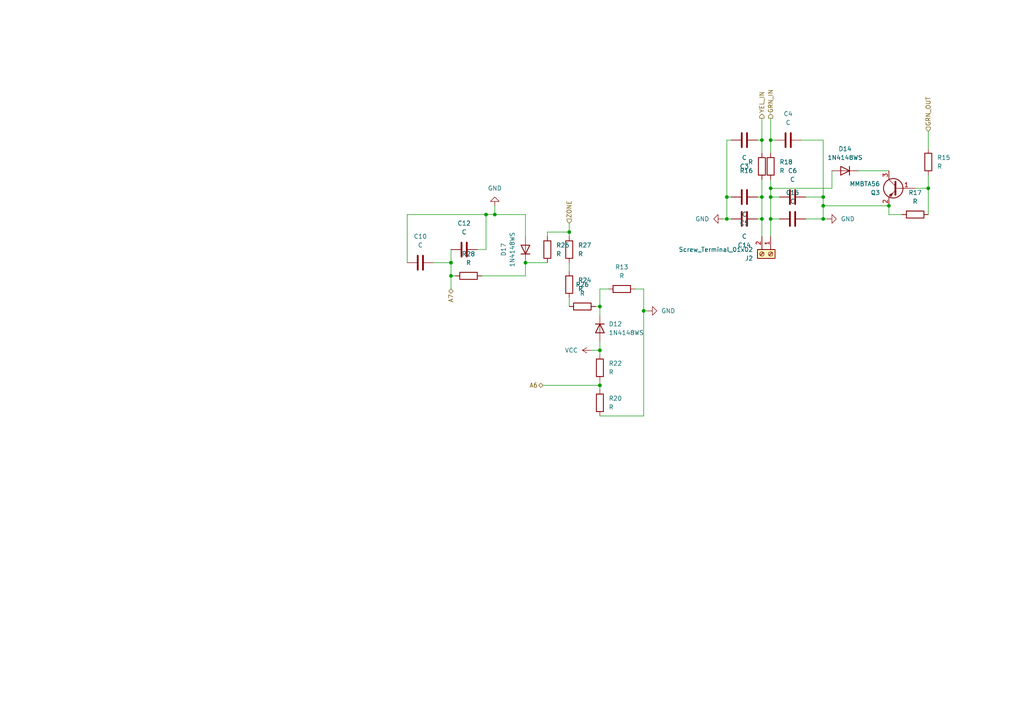
<source format=kicad_sch>
(kicad_sch (version 20231120) (generator "eeschema") (generator_version "8.0")
  (paper "A4")
  (lib_symbols
    (symbol "Connector:Screw_Terminal_01x02" (pin_names (offset 1.016) hide)
      (property "Reference" "J" (at 0 2.54 0))
      (property "Value" "Screw_Terminal_01x02" (at 0 -5.08 0))
      (symbol "Screw_Terminal_01x02_1_1"
        (rectangle (start -1.27 1.27) (end 1.27 -3.81) (stroke (width 0.254)) (fill (type background)))
        (circle (center 0 -2.54) (radius 0.635) (stroke (width 0.1524)))
        (polyline (pts (xy -0.5334 -2.2098) (xy 0.3302 -3.048)) (stroke (width 0.1524)))
        (polyline (pts (xy -0.5334 0.3302) (xy 0.3302 -0.508)) (stroke (width 0.1524)))
        (polyline (pts (xy -0.3556 -2.032) (xy 0.508 -2.8702)) (stroke (width 0.1524)))
        (polyline (pts (xy -0.3556 0.508) (xy 0.508 -0.3302)) (stroke (width 0.1524)))
        (circle (center 0 0) (radius 0.635) (stroke (width 0.1524)))
        (pin passive line (at -5.08 0 0) (length 3.81) (name "Pin_1") (number "1"))
        (pin passive line (at -5.08 -2.54 0) (length 3.81) (name "Pin_2") (number "2"))
      )
    )
    (symbol "Device:C" (pin_numbers hide) (pin_names (offset 0.254))
      (property "Reference" "C" (at 0.635 2.54 0))
      (property "Value" "C" (at 0.635 -2.54 0))
      (symbol "C_0_1"
        (polyline (pts (xy -2.032 -0.762) (xy 2.032 -0.762)) (stroke (width 0.508)))
        (polyline (pts (xy -2.032 0.762) (xy 2.032 0.762)) (stroke (width 0.508)))
      )
      (symbol "C_1_1"
        (pin passive line (at 0 3.81 270) (length 2.794) (name "~") (number "1"))
        (pin passive line (at 0 -3.81 90) (length 2.794) (name "~") (number "2"))
      )
    )
    (symbol "Device:R" (pin_numbers hide) (pin_names (offset 0))
      (property "Reference" "R" (at 2.032 0 90))
      (property "Value" "R" (at 0 0 90))
      (symbol "R_0_1"
        (rectangle (start -1.016 -2.54) (end 1.016 2.54) (stroke (width 0.254)))
      )
      (symbol "R_1_1"
        (pin passive line (at 0 3.81 270) (length 1.27) (name "~") (number "1"))
        (pin passive line (at 0 -3.81 90) (length 1.27) (name "~") (number "2"))
      )
    )
    (symbol "Diode:1N4148WS" (pin_numbers hide) (pin_names hide)
      (property "Reference" "D" (at 0 2.54 0))
      (property "Value" "1N4148WS" (at 0 -2.54 0))
      (symbol "1N4148WS_0_1"
        (polyline (pts (xy -1.27 1.27) (xy -1.27 -1.27)) (stroke (width 0.254)))
        (polyline (pts (xy 1.27 0) (xy -1.27 0)))
        (polyline (pts (xy 1.27 1.27) (xy 1.27 -1.27) (xy -1.27 0) (xy 1.27 1.27)) (stroke (width 0.254)))
      )
      (symbol "1N4148WS_1_1"
        (pin passive line (at -3.81 0 0) (length 2.54) (name "K") (number "1"))
        (pin passive line (at 3.81 0 180) (length 2.54) (name "A") (number "2"))
      )
    )
    (symbol "Transistor_BJT:MMBTA56" (pin_names (offset 0) hide)
      (property "Reference" "Q" (at 5.08 1.905 0))
      (property "Value" "MMBTA56" (at 5.08 0 0))
      (symbol "MMBTA56_0_1"
        (polyline (pts (xy 0 0) (xy 0.635 0)))
        (polyline (pts (xy 2.54 -2.54) (xy 0.635 -0.635)))
        (polyline (pts (xy 2.54 2.54) (xy 0.635 0.635)))
        (polyline (pts (xy 0.635 1.905) (xy 0.635 -1.905) (xy 0.635 -1.905)) (stroke (width 0.508)) (fill (type outline)))
        (polyline (pts (xy 1.905 -2.413) (xy 2.413 -1.905) (xy 1.397 -1.397) (xy 1.905 -2.413) (xy 1.905 -2.413)) (fill (type outline)))
        (circle (center 1.27 0) (radius 2.8194) (stroke (width 0.254)))
      )
      (symbol "MMBTA56_1_1"
        (pin input line (at -5.08 0 0) (length 5.08) (name "B") (number "1"))
        (pin passive line (at 2.54 -5.08 90) (length 2.54) (name "E") (number "2"))
        (pin passive line (at 2.54 5.08 270) (length 2.54) (name "C") (number "3"))
      )
    )
    (symbol "power:GND" (power) (pin_numbers hide) (pin_names (offset 0) hide)
      (property "Value" "GND" (at 0 -3.81 0))
      (symbol "GND_0_1"
        (polyline (pts (xy 0 0) (xy 0 -1.27) (xy 1.27 -1.27) (xy 0 -2.54) (xy -1.27 -1.27) (xy 0 -1.27)))
      )
      (symbol "GND_1_1"
        (pin power_in line (at 0 0 270) (length 0) (name "~") (number "1"))
      )
    )
    (symbol "power:VCC" (power) (pin_numbers hide) (pin_names (offset 0) hide)
      (property "Value" "VCC" (at 0 3.556 0))
      (symbol "VCC_0_1"
        (polyline (pts (xy -0.762 1.27) (xy 0 2.54)))
        (polyline (pts (xy 0 0) (xy 0 2.54)))
        (polyline (pts (xy 0 2.54) (xy 0.762 1.27)))
      )
      (symbol "VCC_1_1"
        (pin power_in line (at 0 0 90) (length 0) (name "~") (number "1"))
      )
    )
  )
  (junction (at 220.98 63.5))
  (junction (at 238.76 63.5))
  (junction (at 130.81 76.2))
  (junction (at 186.69 90.17))
  (junction (at 238.76 59.69))
  (junction (at 269.24 54.61))
  (junction (at 220.98 57.15))
  (junction (at 165.1 67.31))
  (junction (at 152.4 76.2))
  (junction (at 223.52 57.15))
  (junction (at 238.76 57.15))
  (junction (at 140.97 62.23))
  (junction (at 210.82 63.5))
  (junction (at 257.81 59.69))
  (junction (at 173.99 111.76))
  (junction (at 223.52 63.5))
  (junction (at 223.52 54.61))
  (junction (at 173.99 101.6))
  (junction (at 130.81 80.01))
  (junction (at 173.99 88.9))
  (junction (at 220.98 40.64))
  (junction (at 223.52 40.64))
  (junction (at 210.82 57.15))
  (junction (at 143.51 62.23))
  (wire (pts (xy 173.99 83.82) (xy 176.53 83.82)))
  (wire (pts (xy 172.72 88.9) (xy 173.99 88.9)))
  (wire (pts (xy 173.99 83.82) (xy 173.99 88.9)))
  (wire (pts (xy 238.76 40.64) (xy 238.76 57.15)))
  (wire (pts (xy 130.81 80.01) (xy 130.81 76.2)))
  (wire (pts (xy 152.4 80.01) (xy 152.4 76.2)))
  (wire (pts (xy 210.82 40.64) (xy 212.09 40.64)))
  (wire (pts (xy 224.79 40.64) (xy 223.52 40.64)))
  (wire (pts (xy 158.75 76.2) (xy 152.4 76.2)))
  (wire (pts (xy 173.99 111.76) (xy 173.99 113.03)))
  (wire (pts (xy 219.71 40.64) (xy 220.98 40.64)))
  (wire (pts (xy 140.97 72.39) (xy 138.43 72.39)))
  (wire (pts (xy 165.1 64.77) (xy 165.1 67.31)))
  (wire (pts (xy 223.52 44.45) (xy 223.52 40.64)))
  (wire (pts (xy 210.82 63.5) (xy 210.82 57.15)))
  (wire (pts (xy 143.51 62.23) (xy 152.4 62.23)))
  (wire (pts (xy 118.11 62.23) (xy 140.97 62.23)))
  (wire (pts (xy 118.11 76.2) (xy 118.11 62.23)))
  (wire (pts (xy 269.24 62.23) (xy 269.24 54.61)))
  (wire (pts (xy 210.82 40.64) (xy 210.82 57.15)))
  (wire (pts (xy 173.99 88.9) (xy 173.99 91.44)))
  (wire (pts (xy 158.75 67.31) (xy 165.1 67.31)))
  (wire (pts (xy 219.71 57.15) (xy 220.98 57.15)))
  (wire (pts (xy 130.81 80.01) (xy 132.08 80.01)))
  (wire (pts (xy 223.52 68.58) (xy 223.52 63.5)))
  (wire (pts (xy 158.75 68.58) (xy 158.75 67.31)))
  (wire (pts (xy 269.24 50.8) (xy 269.24 54.61)))
  (wire (pts (xy 212.09 57.15) (xy 210.82 57.15)))
  (wire (pts (xy 143.51 59.69) (xy 143.51 62.23)))
  (wire (pts (xy 152.4 62.23) (xy 152.4 68.58)))
  (wire (pts (xy 171.45 101.6) (xy 173.99 101.6)))
  (wire (pts (xy 219.71 63.5) (xy 220.98 63.5)))
  (wire (pts (xy 130.81 83.82) (xy 130.81 80.01)))
  (wire (pts (xy 220.98 40.64) (xy 220.98 44.45)))
  (wire (pts (xy 232.41 40.64) (xy 238.76 40.64)))
  (wire (pts (xy 223.52 54.61) (xy 241.3 54.61)))
  (wire (pts (xy 184.15 83.82) (xy 186.69 83.82)))
  (wire (pts (xy 223.52 63.5) (xy 223.52 57.15)))
  (wire (pts (xy 173.99 120.65) (xy 186.69 120.65)))
  (wire (pts (xy 223.52 54.61) (xy 223.52 52.07)))
  (wire (pts (xy 238.76 59.69) (xy 257.81 59.69)))
  (wire (pts (xy 186.69 90.17) (xy 187.96 90.17)))
  (wire (pts (xy 269.24 38.1) (xy 269.24 43.18)))
  (wire (pts (xy 220.98 40.64) (xy 220.98 34.29)))
  (wire (pts (xy 130.81 72.39) (xy 130.81 76.2)))
  (wire (pts (xy 125.73 76.2) (xy 130.81 76.2)))
  (wire (pts (xy 212.09 63.5) (xy 210.82 63.5)))
  (wire (pts (xy 233.68 57.15) (xy 238.76 57.15)))
  (wire (pts (xy 165.1 76.2) (xy 165.1 78.74)))
  (wire (pts (xy 269.24 54.61) (xy 265.43 54.61)))
  (wire (pts (xy 233.68 63.5) (xy 238.76 63.5)))
  (wire (pts (xy 139.7 80.01) (xy 152.4 80.01)))
  (wire (pts (xy 173.99 111.76) (xy 173.99 110.49)))
  (wire (pts (xy 186.69 120.65) (xy 186.69 90.17)))
  (wire (pts (xy 223.52 57.15) (xy 223.52 54.61)))
  (wire (pts (xy 165.1 67.31) (xy 165.1 68.58)))
  (wire (pts (xy 140.97 62.23) (xy 143.51 62.23)))
  (wire (pts (xy 226.06 63.5) (xy 223.52 63.5)))
  (wire (pts (xy 220.98 57.15) (xy 220.98 52.07)))
  (wire (pts (xy 173.99 101.6) (xy 173.99 102.87)))
  (wire (pts (xy 220.98 63.5) (xy 220.98 57.15)))
  (wire (pts (xy 257.81 49.53) (xy 248.92 49.53)))
  (wire (pts (xy 241.3 54.61) (xy 241.3 49.53)))
  (wire (pts (xy 238.76 57.15) (xy 238.76 59.69)))
  (wire (pts (xy 157.48 111.76) (xy 173.99 111.76)))
  (wire (pts (xy 261.62 62.23) (xy 257.81 62.23)))
  (wire (pts (xy 226.06 57.15) (xy 223.52 57.15)))
  (wire (pts (xy 140.97 62.23) (xy 140.97 72.39)))
  (wire (pts (xy 173.99 99.06) (xy 173.99 101.6)))
  (wire (pts (xy 210.82 63.5) (xy 209.55 63.5)))
  (wire (pts (xy 223.52 34.29) (xy 223.52 40.64)))
  (wire (pts (xy 165.1 86.36) (xy 165.1 88.9)))
  (wire (pts (xy 186.69 83.82) (xy 186.69 90.17)))
  (wire (pts (xy 257.81 62.23) (xy 257.81 59.69)))
  (wire (pts (xy 220.98 68.58) (xy 220.98 63.5)))
  (wire (pts (xy 238.76 63.5) (xy 240.03 63.5)))
  (wire (pts (xy 238.76 59.69) (xy 238.76 63.5)))
  (hierarchical_label "YEL_IN" (shape output) (at 220.98 34.29 90))
  (hierarchical_label "A7" (shape bidirectional) (at 130.81 83.82 270))
  (hierarchical_label "A6" (shape bidirectional) (at 157.48 111.76 180))
  (hierarchical_label "GRN_IN" (shape output) (at 223.52 34.29 90))
  (hierarchical_label "GRN_OUT" (shape input) (at 269.24 38.1 90))
  (hierarchical_label "ZONE" (shape input) (at 165.1 64.77 90))
  (symbol (lib_id "Diode:1N4148WS") (at 152.4 72.39 90) (unit 1)
    (property "Reference" "D17" (at 146.05 72.39 0))
    (property "Value" "1N4148WS" (at 148.59 72.39 0))
    (property "Footprint" "Diode_SMD:D_SOD-323" (effects (hide yes)))
    (property "Datasheet" "https://www.vishay.com/docs/85751/1n4148ws.pdf" (effects (hide yes)))
    (property "Description" "75V 0.15A Fast switching Diode, SOD-323" (effects (hide yes)))
    (property "Sim.Device" "D" (effects (hide yes)))
    (property "Sim.Pins" "1=K 2=A" (effects (hide yes)))
  )
  (symbol (lib_id "Device:C") (at 228.6 40.64 270) (unit 1)
    (property "Reference" "C4" (at 228.6 33.02 90))
    (property "Value" "C" (at 228.6 35.56 90))
    (property "Footprint" "Capacitor_SMD:C_0805_2012Metric_Pad1.18x1.45mm_HandSolder" (effects (hide yes)))
    (property "Description" "Unpolarized capacitor" (effects (hide yes)))
  )
  (symbol (lib_id "Device:C") (at 215.9 57.15 270) (unit 1)
    (property "Reference" "C5" (at 215.9 64.7236 90))
    (property "Value" "C" (at 215.9 62.1836 90))
    (property "Footprint" "Capacitor_SMD:C_0805_2012Metric_Pad1.18x1.45mm_HandSolder" (effects (hide yes)))
    (property "Description" "Unpolarized capacitor" (effects (hide yes)))
  )
  (symbol (lib_id "Device:C") (at 215.9 63.5 270) (unit 1)
    (property "Reference" "C14" (at 215.9 71.12 90))
    (property "Value" "C" (at 215.9 68.58 90))
    (property "Footprint" "Capacitor_SMD:C_1206_3216Metric_Pad1.33x1.80mm_HandSolder" (effects (hide yes)))
    (property "Description" "Unpolarized capacitor" (effects (hide yes)))
  )
  (symbol (lib_id "Device:R") (at 158.75 72.39 0) (unit 1)
    (property "Reference" "R25" (at 161.29 71.1199 0) (effects (justify left)))
    (property "Value" "R" (at 161.29 73.6599 0) (effects (justify left)))
    (property "Footprint" "Resistor_SMD:R_1206_3216Metric_Pad1.30x1.75mm_HandSolder" (effects (hide yes)))
    (property "Description" "Resistor" (effects (hide yes)))
  )
  (symbol (lib_id "Device:C") (at 134.62 72.39 270) (unit 1)
    (property "Reference" "C12" (at 134.62 64.77 90))
    (property "Value" "C" (at 134.62 67.31 90))
    (property "Footprint" "Capacitor_SMD:C_0805_2012Metric_Pad1.18x1.45mm_HandSolder" (effects (hide yes)))
    (property "Description" "Unpolarized capacitor" (effects (hide yes)))
  )
  (symbol (lib_id "Device:R") (at 223.52 48.26 0) (unit 1)
    (property "Reference" "R18" (at 226.06 46.9899 0) (effects (justify left)))
    (property "Value" "R" (at 226.06 49.5299 0) (effects (justify left)))
    (property "Footprint" "Resistor_SMD:R_0603_1608Metric_Pad0.98x0.95mm_HandSolder" (effects (hide yes)))
    (property "Description" "Resistor" (effects (hide yes)))
  )
  (symbol (lib_id "Device:R") (at 165.1 82.55 180) (unit 1)
    (property "Reference" "R24" (at 167.64 81.2799 0) (effects (justify right)))
    (property "Value" "R" (at 167.64 83.8199 0) (effects (justify right)))
    (property "Footprint" "Resistor_SMD:R_1206_3216Metric_Pad1.30x1.75mm_HandSolder" (effects (hide yes)))
    (property "Description" "Resistor" (effects (hide yes)))
  )
  (symbol (lib_id "power:GND") (at 187.96 90.17 90) (unit 1)
    (property "Reference" "#PWR09" (effects (hide yes)))
    (property "Value" "GND" (at 191.77 90.1699 90) (effects (justify right)))
    (property "Description" "Power symbol creates a global label with name \"GND\" , ground" (effects (hide yes)))
  )
  (symbol (lib_id "Device:C") (at 229.87 57.15 270) (unit 1)
    (property "Reference" "C6" (at 229.87 49.53 90))
    (property "Value" "C" (at 229.87 52.07 90))
    (property "Footprint" "Capacitor_SMD:C_0805_2012Metric_Pad1.18x1.45mm_HandSolder" (effects (hide yes)))
    (property "Description" "Unpolarized capacitor" (effects (hide yes)))
  )
  (symbol (lib_id "Device:R") (at 168.91 88.9 90) (unit 1)
    (property "Reference" "R26" (at 168.91 82.55 90))
    (property "Value" "R" (at 168.91 85.09 90))
    (property "Footprint" "Resistor_SMD:R_1206_3216Metric_Pad1.30x1.75mm_HandSolder" (effects (hide yes)))
    (property "Description" "Resistor" (effects (hide yes)))
  )
  (symbol (lib_id "Device:R") (at 269.24 46.99 0) (unit 1)
    (property "Reference" "R15" (at 271.78 45.7199 0) (effects (justify left)))
    (property "Value" "R" (at 271.78 48.2599 0) (effects (justify left)))
    (property "Footprint" "Resistor_SMD:R_0603_1608Metric_Pad0.98x0.95mm_HandSolder" (effects (hide yes)))
    (property "Description" "Resistor" (effects (hide yes)))
  )
  (symbol (lib_id "Device:R") (at 173.99 106.68 0) (unit 1)
    (property "Reference" "R22" (at 176.53 105.4099 0) (effects (justify left)))
    (property "Value" "R" (at 176.53 107.9499 0) (effects (justify left)))
    (property "Footprint" "Resistor_SMD:R_0603_1608Metric_Pad0.98x0.95mm_HandSolder" (effects (hide yes)))
    (property "Description" "Resistor" (effects (hide yes)))
  )
  (symbol (lib_id "power:GND") (at 143.51 59.69 180) (unit 1)
    (property "Reference" "#PWR011" (effects (hide yes)))
    (property "Value" "GND" (at 143.51 54.61 0))
    (property "Description" "Power symbol creates a global label with name \"GND\" , ground" (effects (hide yes)))
  )
  (symbol (lib_id "Transistor_BJT:MMBTA56") (at 260.35 54.61 0) (mirror y) (unit 1)
    (property "Reference" "Q3" (at 255.27 55.8801 0) (effects (justify left)))
    (property "Value" "MMBTA56" (at 255.27 53.3401 0) (effects (justify left)))
    (property "Footprint" "Package_TO_SOT_SMD:SOT-23" (effects (hide yes)))
    (property "Datasheet" "https://diotec.com/request/datasheet/mmbta56.pdf" (effects (hide yes)))
    (property "Description" "0.5A Ic, 80V Vce, general purpose PNP" (effects (hide yes)))
  )
  (symbol (lib_id "Device:C") (at 215.9 40.64 90) (unit 1)
    (property "Reference" "C3" (at 215.9 48.26 90))
    (property "Value" "C" (at 215.9 45.72 90))
    (property "Footprint" "Capacitor_SMD:C_0805_2012Metric_Pad1.18x1.45mm_HandSolder" (effects (hide yes)))
    (property "Description" "Unpolarized capacitor" (effects (hide yes)))
  )
  (symbol (lib_id "power:VCC") (at 171.45 101.6 90) (unit 1)
    (property "Reference" "#PWR010" (effects (hide yes)))
    (property "Value" "VCC" (at 167.64 101.5999 90) (effects (justify left)))
    (property "Description" "Power symbol creates a global label with name \"VCC\"" (effects (hide yes)))
  )
  (symbol (lib_id "Connector:Screw_Terminal_01x02") (at 223.52 73.66 270) (unit 1)
    (property "Reference" "J2" (at 218.44 74.9301 90) (effects (justify right)))
    (property "Value" "Screw_Terminal_01x02" (at 218.44 72.3901 90) (effects (justify right)))
    (property "Footprint" "TerminalBlock:TerminalBlock_Altech_AK300-2_P5.00mm" (effects (hide yes)))
    (property "Description" "Generic screw terminal, single row, 01x02, script generated (kicad-library-utils/schlib/autogen/connector/)" (effects (hide yes)))
  )
  (symbol (lib_id "Diode:1N4148WS") (at 245.11 49.53 180) (unit 1)
    (property "Reference" "D14" (at 245.11 43.18 0))
    (property "Value" "1N4148WS" (at 245.11 45.72 0))
    (property "Footprint" "Diode_SMD:D_SOD-323" (effects (hide yes)))
    (property "Datasheet" "https://www.vishay.com/docs/85751/1n4148ws.pdf" (effects (hide yes)))
    (property "Description" "75V 0.15A Fast switching Diode, SOD-323" (effects (hide yes)))
    (property "Sim.Device" "D" (effects (hide yes)))
    (property "Sim.Pins" "1=K 2=A" (effects (hide yes)))
  )
  (symbol (lib_id "Diode:1N4148WS") (at 173.99 95.25 270) (unit 1)
    (property "Reference" "D12" (at 176.53 93.9799 90) (effects (justify left)))
    (property "Value" "1N4148WS" (at 176.53 96.5199 90) (effects (justify left)))
    (property "Footprint" "Diode_SMD:D_SOD-323" (effects (hide yes)))
    (property "Datasheet" "https://www.vishay.com/docs/85751/1n4148ws.pdf" (effects (hide yes)))
    (property "Description" "75V 0.15A Fast switching Diode, SOD-323" (effects (hide yes)))
    (property "Sim.Device" "D" (effects (hide yes)))
    (property "Sim.Pins" "1=K 2=A" (effects (hide yes)))
  )
  (symbol (lib_id "Device:R") (at 135.89 80.01 90) (unit 1)
    (property "Reference" "R28" (at 135.89 73.66 90))
    (property "Value" "R" (at 135.89 76.2 90))
    (property "Footprint" "Resistor_SMD:R_0603_1608Metric_Pad0.98x0.95mm_HandSolder" (effects (hide yes)))
    (property "Description" "Resistor" (effects (hide yes)))
  )
  (symbol (lib_id "Device:R") (at 165.1 72.39 0) (unit 1)
    (property "Reference" "R27" (at 167.64 71.1199 0) (effects (justify left)))
    (property "Value" "R" (at 167.64 73.6599 0) (effects (justify left)))
    (property "Footprint" "Resistor_SMD:R_1206_3216Metric_Pad1.30x1.75mm_HandSolder" (effects (hide yes)))
    (property "Description" "Resistor" (effects (hide yes)))
  )
  (symbol (lib_id "Device:R") (at 180.34 83.82 90) (unit 1)
    (property "Reference" "R13" (at 180.34 77.47 90))
    (property "Value" "R" (at 180.34 80.01 90))
    (property "Footprint" "Resistor_SMD:R_0603_1608Metric_Pad0.98x0.95mm_HandSolder" (effects (hide yes)))
    (property "Description" "Resistor" (effects (hide yes)))
  )
  (symbol (lib_id "power:GND") (at 240.03 63.5 90) (unit 1)
    (property "Reference" "#PWR08" (effects (hide yes)))
    (property "Value" "GND" (at 243.84 63.4999 90) (effects (justify right)))
    (property "Description" "Power symbol creates a global label with name \"GND\" , ground" (effects (hide yes)))
  )
  (symbol (lib_id "Device:R") (at 173.99 116.84 180) (unit 1)
    (property "Reference" "R20" (at 176.53 115.5699 0) (effects (justify right)))
    (property "Value" "R" (at 176.53 118.1099 0) (effects (justify right)))
    (property "Footprint" "Resistor_SMD:R_0603_1608Metric_Pad0.98x0.95mm_HandSolder" (effects (hide yes)))
    (property "Description" "Resistor" (effects (hide yes)))
  )
  (symbol (lib_id "Device:C") (at 229.87 63.5 270) (unit 1)
    (property "Reference" "C15" (at 229.87 55.88 90))
    (property "Value" "C" (at 229.87 58.42 90))
    (property "Footprint" "Capacitor_SMD:C_1206_3216Metric_Pad1.33x1.80mm_HandSolder" (effects (hide yes)))
    (property "Description" "Unpolarized capacitor" (effects (hide yes)))
  )
  (symbol (lib_id "Device:C") (at 121.92 76.2 270) (unit 1)
    (property "Reference" "C10" (at 121.92 68.58 90))
    (property "Value" "C" (at 121.92 71.12 90))
    (property "Footprint" "Capacitor_SMD:C_0805_2012Metric_Pad1.18x1.45mm_HandSolder" (effects (hide yes)))
    (property "Description" "Unpolarized capacitor" (effects (hide yes)))
  )
  (symbol (lib_id "power:GND") (at 209.55 63.5 270) (unit 1)
    (property "Reference" "#PWR07" (effects (hide yes)))
    (property "Value" "GND" (at 205.74 63.5001 90) (effects (justify right)))
    (property "Description" "Power symbol creates a global label with name \"GND\" , ground" (effects (hide yes)))
  )
  (symbol (lib_id "Device:R") (at 220.98 48.26 180) (unit 1)
    (property "Reference" "R16" (at 218.44 49.5301 0) (effects (justify left)))
    (property "Value" "R" (at 218.44 46.9901 0) (effects (justify left)))
    (property "Footprint" "Resistor_SMD:R_0603_1608Metric_Pad0.98x0.95mm_HandSolder" (effects (hide yes)))
    (property "Description" "Resistor" (effects (hide yes)))
  )
  (symbol (lib_id "Device:R") (at 265.43 62.23 90) (unit 1)
    (property "Reference" "R17" (at 265.43 55.88 90))
    (property "Value" "R" (at 265.43 58.42 90))
    (property "Footprint" "Resistor_SMD:R_0603_1608Metric_Pad0.98x0.95mm_HandSolder" (effects (hide yes)))
    (property "Description" "Resistor" (effects (hide yes)))
  )
)
</source>
